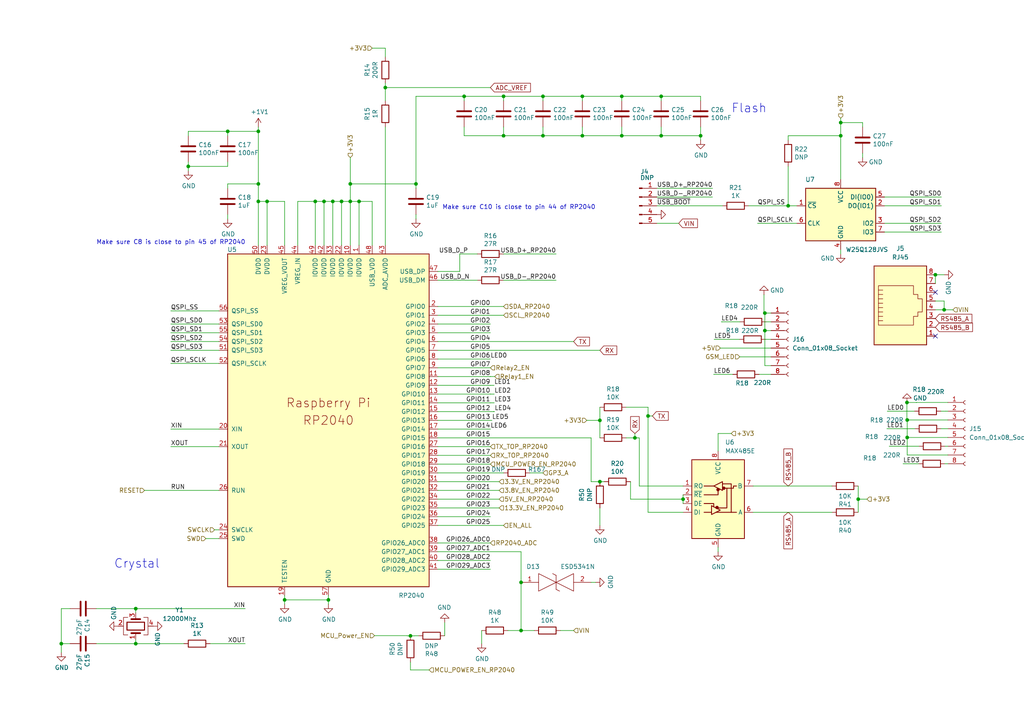
<source format=kicad_sch>
(kicad_sch (version 20230819) (generator eeschema)
  (paper "A4")
  (lib_symbols
    (symbol "Connector:Conn_01x05_Male" (pin_names (offset 1.016) hide)
      (property "Reference" "J" (at 0 7.62 0))
      (property "Value" "Conn_01x05_Male" (at 0 -7.62 0))
      (symbol "Conn_01x05_Male_1_1"
        (pin passive line (at 5.08 5.08 180) (length 3.81) (name "Pin_1") (number "1"))
        (pin passive line (at 5.08 2.54 180) (length 3.81) (name "Pin_2") (number "2"))
        (pin passive line (at 5.08 0 180) (length 3.81) (name "Pin_3") (number "3"))
        (pin passive line (at 5.08 -2.54 180) (length 3.81) (name "Pin_4") (number "4"))
        (pin passive line (at 5.08 -5.08 180) (length 3.81) (name "Pin_5") (number "5"))
      )
    )
    (symbol "Connector:Conn_01x08_Socket" (pin_names (offset 1.016) hide)
      (property "Reference" "J" (at 0 10.16 0))
      (property "Value" "Conn_01x08_Socket" (at 0 -12.7 0))
      (symbol "Conn_01x08_Socket_1_1"
        (pin passive line (at -5.08 7.62 0) (length 3.81) (name "Pin_1") (number "1"))
        (pin passive line (at -5.08 5.08 0) (length 3.81) (name "Pin_2") (number "2"))
        (pin passive line (at -5.08 2.54 0) (length 3.81) (name "Pin_3") (number "3"))
        (pin passive line (at -5.08 0 0) (length 3.81) (name "Pin_4") (number "4"))
        (pin passive line (at -5.08 -2.54 0) (length 3.81) (name "Pin_5") (number "5"))
        (pin passive line (at -5.08 -5.08 0) (length 3.81) (name "Pin_6") (number "6"))
        (pin passive line (at -5.08 -7.62 0) (length 3.81) (name "Pin_7") (number "7"))
        (pin passive line (at -5.08 -10.16 0) (length 3.81) (name "Pin_8") (number "8"))
      )
    )
    (symbol "Connector:RJ45" (pin_names (offset 1.016))
      (property "Reference" "J" (at -5.08 13.97 0))
      (property "Value" "RJ45" (at 2.54 13.97 0))
      (symbol "RJ45_1_1"
        (pin passive line (at 10.16 -7.62 180) (length 2.54) (name "~") (number "1"))
        (pin passive line (at 10.16 -5.08 180) (length 2.54) (name "~") (number "2"))
        (pin passive line (at 10.16 -2.54 180) (length 2.54) (name "~") (number "3"))
        (pin passive line (at 10.16 0 180) (length 2.54) (name "~") (number "4"))
        (pin passive line (at 10.16 2.54 180) (length 2.54) (name "~") (number "5"))
        (pin passive line (at 10.16 5.08 180) (length 2.54) (name "~") (number "6"))
        (pin passive line (at 10.16 7.62 180) (length 2.54) (name "~") (number "7"))
        (pin passive line (at 10.16 10.16 180) (length 2.54) (name "~") (number "8"))
      )
    )
    (symbol "Device:C" (pin_numbers hide) (pin_names (offset 0.254))
      (property "Reference" "C" (at 0.635 2.54 0))
      (property "Value" "C" (at 0.635 -2.54 0))
      (symbol "C_1_1"
        (pin passive line (at 0 3.81 270) (length 2.794) (name "~") (number "1"))
        (pin passive line (at 0 -3.81 90) (length 2.794) (name "~") (number "2"))
      )
    )
    (symbol "Device:Crystal_GND24" (pin_names (offset 1.016) hide)
      (property "Reference" "Y" (at 3.175 5.08 0))
      (property "Value" "Crystal_GND24" (at 3.175 3.175 0))
      (symbol "Crystal_GND24_1_1"
        (pin passive line (at -3.81 0 0) (length 1.27) (name "1") (number "1"))
        (pin passive line (at 0 5.08 270) (length 1.27) (name "2") (number "2"))
        (pin passive line (at 3.81 0 180) (length 1.27) (name "3") (number "3"))
        (pin passive line (at 0 -5.08 90) (length 1.27) (name "4") (number "4"))
      )
    )
    (symbol "Device:R" (pin_numbers hide) (pin_names (offset 0))
      (property "Reference" "R" (at 2.032 0 90))
      (property "Value" "R" (at 0 0 90))
      (symbol "R_1_1"
        (pin passive line (at 0 3.81 270) (length 1.27) (name "~") (number "1"))
        (pin passive line (at 0 -3.81 90) (length 1.27) (name "~") (number "2"))
      )
    )
    (symbol "Interface_UART:MAX485E"
      (property "Reference" "U" (at -6.096 11.43 0))
      (property "Value" "MAX485E" (at 0.762 11.43 0))
      (symbol "MAX485E_1_1"
        (pin output line (at -10.16 2.54 0) (length 2.54) (name "RO") (number "1"))
        (pin input line (at -10.16 0 0) (length 2.54) (name "~{RE}") (number "2"))
        (pin input line (at -10.16 -2.54 0) (length 2.54) (name "DE") (number "3"))
        (pin input line (at -10.16 -5.08 0) (length 2.54) (name "DI") (number "4"))
        (pin power_in line (at 0 -15.24 90) (length 2.54) (name "GND") (number "5"))
        (pin bidirectional line (at 10.16 -5.08 180) (length 2.54) (name "A") (number "6"))
        (pin bidirectional line (at 10.16 2.54 180) (length 2.54) (name "B") (number "7"))
        (pin power_in line (at 0 12.7 270) (length 2.54) (name "VCC") (number "8"))
      )
    )
    (symbol "MCU_RaspberryPi_RP2040:RP2040" (pin_names (offset 1.016))
      (property "Reference" "U" (at -29.21 49.53 0))
      (property "Value" "RP2040" (at 24.13 -49.53 0))
      (symbol "RP2040_0_0"
        (text "Raspberry Pi" (at 0 5.08 0) (effects (font (size 2.54 2.54))))
        (text "RP2040" (at 0 0 0) (effects (font (size 2.54 2.54))))
      )
      (symbol "RP2040_1_1"
        (pin power_in line (at 8.89 50.8 270) (length 2.54) (name "IOVDD") (number "1"))
        (pin power_in line (at 6.35 50.8 270) (length 2.54) (name "IOVDD") (number "10"))
        (pin bidirectional line (at 31.75 12.7 180) (length 2.54) (name "GPIO8") (number "11"))
        (pin bidirectional line (at 31.75 10.16 180) (length 2.54) (name "GPIO9") (number "12"))
        (pin bidirectional line (at 31.75 7.62 180) (length 2.54) (name "GPIO10") (number "13"))
        (pin bidirectional line (at 31.75 5.08 180) (length 2.54) (name "GPIO11") (number "14"))
        (pin bidirectional line (at 31.75 2.54 180) (length 2.54) (name "GPIO12") (number "15"))
        (pin bidirectional line (at 31.75 0 180) (length 2.54) (name "GPIO13") (number "16"))
        (pin bidirectional line (at 31.75 -2.54 180) (length 2.54) (name "GPIO14") (number "17"))
        (pin bidirectional line (at 31.75 -5.08 180) (length 2.54) (name "GPIO15") (number "18"))
        (pin passive line (at -12.7 -50.8 90) (length 2.54) (name "TESTEN") (number "19"))
        (pin bidirectional line (at 31.75 33.02 180) (length 2.54) (name "GPIO0") (number "2"))
        (pin input line (at -31.75 -2.54 0) (length 2.54) (name "XIN") (number "20"))
        (pin passive line (at -31.75 -7.62 0) (length 2.54) (name "XOUT") (number "21"))
        (pin power_in line (at 3.81 50.8 270) (length 2.54) (name "IOVDD") (number "22"))
        (pin power_in line (at -17.78 50.8 270) (length 2.54) (name "DVDD") (number "23"))
        (pin output line (at -31.75 -31.75 0) (length 2.54) (name "SWCLK") (number "24"))
        (pin bidirectional line (at -31.75 -34.29 0) (length 2.54) (name "SWD") (number "25"))
        (pin input line (at -31.75 -20.32 0) (length 2.54) (name "RUN") (number "26"))
        (pin bidirectional line (at 31.75 -7.62 180) (length 2.54) (name "GPIO16") (number "27"))
        (pin bidirectional line (at 31.75 -10.16 180) (length 2.54) (name "GPIO17") (number "28"))
        (pin bidirectional line (at 31.75 -12.7 180) (length 2.54) (name "GPIO18") (number "29"))
        (pin bidirectional line (at 31.75 30.48 180) (length 2.54) (name "GPIO1") (number "3"))
        (pin bidirectional line (at 31.75 -15.24 180) (length 2.54) (name "GPIO19") (number "30"))
        (pin bidirectional line (at 31.75 -17.78 180) (length 2.54) (name "GPIO20") (number "31"))
        (pin bidirectional line (at 31.75 -20.32 180) (length 2.54) (name "GPIO21") (number "32"))
        (pin power_in line (at 1.27 50.8 270) (length 2.54) (name "IOVDD") (number "33"))
        (pin bidirectional line (at 31.75 -22.86 180) (length 2.54) (name "GPIO22") (number "34"))
        (pin bidirectional line (at 31.75 -25.4 180) (length 2.54) (name "GPIO23") (number "35"))
        (pin bidirectional line (at 31.75 -27.94 180) (length 2.54) (name "GPIO24") (number "36"))
        (pin bidirectional line (at 31.75 -30.48 180) (length 2.54) (name "GPIO25") (number "37"))
        (pin bidirectional line (at 31.75 -35.56 180) (length 2.54) (name "GPIO26_ADC0") (number "38"))
        (pin bidirectional line (at 31.75 -38.1 180) (length 2.54) (name "GPIO27_ADC1") (number "39"))
        (pin bidirectional line (at 31.75 27.94 180) (length 2.54) (name "GPIO2") (number "4"))
        (pin bidirectional line (at 31.75 -40.64 180) (length 2.54) (name "GPIO28_ADC2") (number "40"))
        (pin bidirectional line (at 31.75 -43.18 180) (length 2.54) (name "GPIO29_ADC3") (number "41"))
        (pin power_in line (at -1.27 50.8 270) (length 2.54) (name "IOVDD") (number "42"))
        (pin power_in line (at 16.51 50.8 270) (length 2.54) (name "ADC_AVDD") (number "43"))
        (pin power_in line (at -8.89 50.8 270) (length 2.54) (name "VREG_IN") (number "44"))
        (pin power_out line (at -12.7 50.8 270) (length 2.54) (name "VREG_VOUT") (number "45"))
        (pin bidirectional line (at 31.75 40.64 180) (length 2.54) (name "USB_DM") (number "46"))
        (pin bidirectional line (at 31.75 43.18 180) (length 2.54) (name "USB_DP") (number "47"))
        (pin power_in line (at 12.7 50.8 270) (length 2.54) (name "USB_VDD") (number "48"))
        (pin power_in line (at -3.81 50.8 270) (length 2.54) (name "IOVDD") (number "49"))
        (pin bidirectional line (at 31.75 25.4 180) (length 2.54) (name "GPIO3") (number "5"))
        (pin power_in line (at -20.32 50.8 270) (length 2.54) (name "DVDD") (number "50"))
        (pin bidirectional line (at -31.75 20.32 0) (length 2.54) (name "QSPI_SD3") (number "51"))
        (pin output line (at -31.75 16.51 0) (length 2.54) (name "QSPI_SCLK") (number "52"))
        (pin bidirectional line (at -31.75 27.94 0) (length 2.54) (name "QSPI_SD0") (number "53"))
        (pin bidirectional line (at -31.75 22.86 0) (length 2.54) (name "QSPI_SD2") (number "54"))
        (pin bidirectional line (at -31.75 25.4 0) (length 2.54) (name "QSPI_SD1") (number "55"))
        (pin bidirectional line (at -31.75 31.75 0) (length 2.54) (name "QSPI_SS") (number "56"))
        (pin power_in line (at 0 -50.8 90) (length 2.54) (name "GND") (number "57"))
        (pin bidirectional line (at 31.75 22.86 180) (length 2.54) (name "GPIO4") (number "6"))
        (pin bidirectional line (at 31.75 20.32 180) (length 2.54) (name "GPIO5") (number "7"))
        (pin bidirectional line (at 31.75 17.78 180) (length 2.54) (name "GPIO6") (number "8"))
        (pin bidirectional line (at 31.75 15.24 180) (length 2.54) (name "GPIO7") (number "9"))
      )
    )
    (symbol "Memory_Flash:W25Q128JVS"
      (property "Reference" "U" (at -8.89 8.89 0))
      (property "Value" "W25Q128JVS" (at 7.62 8.89 0))
      (symbol "W25Q128JVS_1_1"
        (pin input line (at -12.7 2.54 0) (length 2.54) (name "~{CS}") (number "1"))
        (pin bidirectional line (at 12.7 2.54 180) (length 2.54) (name "DO(IO1)") (number "2"))
        (pin bidirectional line (at 12.7 -2.54 180) (length 2.54) (name "IO2") (number "3"))
        (pin power_in line (at 0 -10.16 90) (length 2.54) (name "GND") (number "4"))
        (pin bidirectional line (at 12.7 5.08 180) (length 2.54) (name "DI(IO0)") (number "5"))
        (pin input line (at -12.7 -2.54 0) (length 2.54) (name "CLK") (number "6"))
        (pin bidirectional line (at 12.7 -5.08 180) (length 2.54) (name "IO3") (number "7"))
        (pin power_in line (at 0 10.16 270) (length 2.54) (name "VCC") (number "8"))
      )
    )
    (symbol "SP0402B-ULC-01ETG:SP0402B-ULC-01ETG" (pin_names (offset 0.762))
      (property "Reference" "D" (at 12.7 8.89 0))
      (property "Value" "SP0402B-ULC-01ETG" (at 12.7 6.35 0))
      (symbol "SP0402B-ULC-01ETG_0_0"
        (pin passive line (at 0 0 0) (length 5.08) (name "~") (number "1"))
        (pin passive line (at 20.32 0 180) (length 5.08) (name "~") (number "2"))
      )
    )
    (symbol "power:+1V1" (power) (pin_names (offset 0))
      (property "Value" "+1V1" (at 0 3.556 0))
      (symbol "+1V1_1_1"
        (pin power_in line (at 0 0 90) (length 0) hide (name "+1V1") (number "1"))
      )
    )
    (symbol "power:GND" (power) (pin_names (offset 0))
      (property "Value" "GND" (at 0 -3.81 0))
      (symbol "GND_1_1"
        (pin power_in line (at 0 0 270) (length 0) hide (name "GND") (number "1"))
      )
    )
  )
  (junction (at 111.76 25.4))
  (junction (at 54.61 48.26))
  (junction (at 221.8396 90.8043))
  (junction (at 271.3007 79.6916))
  (junction (at 39.37 186.69))
  (junction (at 151.13 182.88))
  (junction (at 180.34 27.94))
  (junction (at 101.6 58.42))
  (junction (at 263.1254 126.8876))
  (junction (at 273.8407 89.8516))
  (junction (at 95.25 173.99))
  (junction (at 74.93 58.42))
  (junction (at 180.34 39.37))
  (junction (at 221.8396 95.8843))
  (junction (at 263.1254 121.8163))
  (junction (at 17.78 186.69))
  (junction (at 173.99 139.7))
  (junction (at 263.0568 116.7363))
  (junction (at 104.14 58.42))
  (junction (at 187.96 120.65))
  (junction (at 248.92 144.78))
  (junction (at 39.37 176.53))
  (junction (at 93.98 58.42))
  (junction (at 151.13 168.91))
  (junction (at 96.52 58.42))
  (junction (at 82.55 173.99))
  (junction (at 74.93 38.1))
  (junction (at 91.44 58.42))
  (junction (at 168.91 39.37))
  (junction (at 101.6 53.34))
  (junction (at 198.12 144.78))
  (junction (at 134.62 27.94))
  (junction (at 157.48 27.94))
  (junction (at 228.6 59.69))
  (junction (at 66.04 38.1))
  (junction (at 74.93 53.34))
  (junction (at 99.06 58.42))
  (junction (at 191.77 39.37))
  (junction (at 173.99 121.92))
  (junction (at 120.65 53.34))
  (junction (at 191.77 27.94))
  (junction (at 168.91 27.94))
  (junction (at 77.47 58.42))
  (junction (at 119.0481 184.4174))
  (junction (at 146.05 27.94))
  (junction (at 157.48 39.37))
  (junction (at 184.15 127))
  (junction (at 243.84 39.37))
  (junction (at 243.84 35.56))
  (junction (at 203.2 39.37))
  (junction (at 146.05 39.37))
  (no_connect (at 271.3007 97.4716))
  (no_connect (at 271.3007 84.7716))
  (wire (pts (xy 111.76 36.83) (xy 111.76 71.12)))
  (wire (pts (xy 49.53 124.46) (xy 63.5 124.46)))
  (wire (pts (xy 59.69 156.21) (xy 63.5 156.21)))
  (wire (pts (xy 191.77 39.37) (xy 203.2 39.37)))
  (wire (pts (xy 66.04 53.34) (xy 74.93 53.34)))
  (wire (pts (xy 127 160.02) (xy 151.13 160.02)))
  (wire (pts (xy 191.77 27.94) (xy 203.2 27.94)))
  (wire (pts (xy 143.1694 119.3787) (xy 143.1694 119.38)))
  (wire (pts (xy 101.6 58.42) (xy 104.14 58.42)))
  (wire (pts (xy 180.34 27.94) (xy 191.77 27.94)))
  (wire (pts (xy 142.24 114.3018) (xy 142.24 114.3)))
  (wire (pts (xy 143.4165 119.3774) (xy 143.4234 119.3787)))
  (wire (pts (xy 221.8396 90.8043) (xy 221.8396 95.8843)))
  (wire (pts (xy 142.24 109.2128) (xy 142.24 109.22)))
  (wire (pts (xy 82.55 173.99) (xy 95.25 173.99)))
  (wire (pts (xy 142.24 116.8403) (xy 142.24 116.84)))
  (wire (pts (xy 143.3631 116.8403) (xy 142.24 116.8403)))
  (wire (pts (xy 180.34 39.37) (xy 168.91 39.37)))
  (wire (pts (xy 127 149.86) (xy 142.24 149.86)))
  (wire (pts (xy 39.37 186.69) (xy 53.34 186.69)))
  (wire (pts (xy 142.6874 121.92) (xy 127 121.92)))
  (wire (pts (xy 191.77 29.21) (xy 191.77 27.94)))
  (wire (pts (xy 86.36 58.42) (xy 91.44 58.42)))
  (wire (pts (xy 108.6275 184.3647) (xy 118.11 184.3647)))
  (wire (pts (xy 146.05 27.94) (xy 157.48 27.94)))
  (wire (pts (xy 207.0067 108.5843) (xy 212.5516 108.5843)))
  (wire (pts (xy 54.61 46.99) (xy 54.61 48.26)))
  (wire (pts (xy 228.6 48.26) (xy 228.6 59.69)))
  (wire (pts (xy 127 142.24) (xy 144.78 142.24)))
  (wire (pts (xy 127 104.14) (xy 142.24 104.14)))
  (wire (pts (xy 95.25 173.99) (xy 95.25 175.26)))
  (wire (pts (xy 111.76 13.97) (xy 107.95 13.97)))
  (wire (pts (xy 271.3007 79.6916) (xy 271.3007 82.2316)))
  (wire (pts (xy 184.15 125.73) (xy 184.15 127)))
  (wire (pts (xy 272.8769 119.2612) (xy 274.3404 119.2612)))
  (wire (pts (xy 185.42 140.97) (xy 185.42 127)))
  (wire (pts (xy 127 106.68) (xy 142.24 106.68)))
  (wire (pts (xy 27.94 176.53) (xy 39.37 176.53)))
  (wire (pts (xy 120.65 27.94) (xy 120.65 53.34)))
  (wire (pts (xy 143.3159 111.7647) (xy 142.24 111.7647)))
  (wire (pts (xy 101.6 53.34) (xy 101.6 58.42)))
  (wire (pts (xy 153.67 137.16) (xy 157.48 137.16)))
  (wire (pts (xy 208.9282 100.9521) (xy 208.9282 100.9643)))
  (wire (pts (xy 274.9191 116.7276) (xy 265.8174 116.7276)))
  (wire (pts (xy 60.96 186.69) (xy 71.12 186.69)))
  (wire (pts (xy 274.137 129.4276) (xy 274.9191 129.4276)))
  (wire (pts (xy 127 96.52) (xy 142.24 96.52)))
  (wire (pts (xy 207.1393 98.4253) (xy 207.1393 98.4243)))
  (wire (pts (xy 93.98 58.42) (xy 96.52 58.42)))
  (wire (pts (xy 223.6347 95.8843) (xy 221.8396 95.8843)))
  (wire (pts (xy 212.09 125.73) (xy 208.28 125.73)))
  (wire (pts (xy 157.48 27.94) (xy 168.91 27.94)))
  (wire (pts (xy 248.92 144.78) (xy 248.92 148.59)))
  (wire (pts (xy 66.04 54.61) (xy 66.04 53.34)))
  (wire (pts (xy 74.93 53.34) (xy 74.93 58.42)))
  (wire (pts (xy 20.32 176.53) (xy 17.78 176.53)))
  (wire (pts (xy 273.8407 89.8516) (xy 271.3007 89.8516)))
  (wire (pts (xy 203.2 36.83) (xy 203.2 39.37)))
  (wire (pts (xy 99.06 71.12) (xy 99.06 58.42)))
  (wire (pts (xy 142.24 124.4539) (xy 142.24 124.46)))
  (wire (pts (xy 127 144.78) (xy 144.78 144.78)))
  (wire (pts (xy 263.0381 116.7363) (xy 263.0381 121.8163)))
  (wire (pts (xy 127 127) (xy 171.45 127)))
  (wire (pts (xy 180.34 29.21) (xy 180.34 27.94)))
  (wire (pts (xy 171.45 139.7) (xy 173.99 139.7)))
  (wire (pts (xy 146.05 39.37) (xy 134.62 39.37)))
  (wire (pts (xy 221.8396 95.8843) (xy 221.8396 106.0443)))
  (wire (pts (xy 118.11 184.3647) (xy 118.11 184.4174)))
  (wire (pts (xy 111.76 16.51) (xy 111.76 13.97)))
  (wire (pts (xy 221.8396 106.0443) (xy 223.6347 106.0443)))
  (wire (pts (xy 143.1694 119.38) (xy 127 119.38)))
  (wire (pts (xy 63.5 90.17) (xy 49.53 90.17)))
  (wire (pts (xy 274.9191 131.9676) (xy 263.1254 131.9676)))
  (wire (pts (xy 111.76 25.4) (xy 142.24 25.4)))
  (wire (pts (xy 207.0067 108.5876) (xy 207.0067 108.5843)))
  (wire (pts (xy 111.76 25.4) (xy 111.76 24.13)))
  (wire (pts (xy 198.12 144.78) (xy 198.12 146.05)))
  (wire (pts (xy 273.8407 89.8516) (xy 276.3807 89.8516)))
  (wire (pts (xy 222.2145 93.3443) (xy 223.6347 93.3443)))
  (wire (pts (xy 208.28 158.75) (xy 208.28 160.02)))
  (wire (pts (xy 209.4507 93.3443) (xy 214.5945 93.3443)))
  (wire (pts (xy 66.04 39.37) (xy 66.04 38.1)))
  (wire (pts (xy 77.47 58.42) (xy 74.93 58.42)))
  (wire (pts (xy 146.05 36.83) (xy 146.05 39.37)))
  (wire (pts (xy 49.53 96.52) (xy 63.5 96.52)))
  (wire (pts (xy 256.54 67.31) (xy 273.05 67.31)))
  (wire (pts (xy 203.2 39.37) (xy 203.2 40.64)))
  (wire (pts (xy 134.62 27.94) (xy 146.05 27.94)))
  (wire (pts (xy 127 81.28) (xy 138.43 81.28)))
  (wire (pts (xy 74.93 58.42) (xy 74.93 71.12)))
  (wire (pts (xy 274.3404 119.2676) (xy 274.9191 119.2676)))
  (wire (pts (xy 127 114.3) (xy 142.24 114.3)))
  (wire (pts (xy 127 162.56) (xy 142.24 162.56)))
  (wire (pts (xy 127 147.32) (xy 144.78 147.32)))
  (wire (pts (xy 180.34 36.83) (xy 180.34 39.37)))
  (wire (pts (xy 107.95 71.12) (xy 107.95 58.42)))
  (wire (pts (xy 134.62 27.94) (xy 120.65 27.94)))
  (wire (pts (xy 168.91 29.21) (xy 168.91 27.94)))
  (wire (pts (xy 146.05 73.66) (xy 161.29 73.66)))
  (wire (pts (xy 203.2 29.21) (xy 203.2 27.94)))
  (wire (pts (xy 221.586 85.4822) (xy 221.586 90.8043)))
  (wire (pts (xy 120.65 62.23) (xy 120.65 63.5)))
  (wire (pts (xy 101.6 53.34) (xy 101.6 45.72)))
  (wire (pts (xy 49.53 101.6) (xy 63.5 101.6)))
  (wire (pts (xy 218.44 140.97) (xy 241.3 140.97)))
  (wire (pts (xy 120.2138 184.4174) (xy 120.2138 184.3979)))
  (wire (pts (xy 184.15 127) (xy 181.61 127)))
  (wire (pts (xy 77.47 71.12) (xy 77.47 58.42)))
  (wire (pts (xy 209.55 59.69) (xy 190.5 59.69)))
  (wire (pts (xy 20.32 186.69) (xy 17.78 186.69)))
  (wire (pts (xy 120.2138 184.3979) (xy 121.3665 184.3979)))
  (wire (pts (xy 127 99.06) (xy 166.37 99.06)))
  (wire (pts (xy 49.53 99.06) (xy 63.5 99.06)))
  (wire (pts (xy 127 91.44) (xy 146.05 91.44)))
  (wire (pts (xy 166.37 182.88) (xy 162.56 182.88)))
  (wire (pts (xy 127 88.9) (xy 146.05 88.9)))
  (wire (pts (xy 82.55 71.12) (xy 82.55 58.42)))
  (wire (pts (xy 208.9282 100.9643) (xy 223.6347 100.9643)))
  (wire (pts (xy 101.6 53.34) (xy 120.65 53.34)))
  (wire (pts (xy 191.77 36.83) (xy 191.77 39.37)))
  (wire (pts (xy 223.6347 90.8043) (xy 221.8396 90.8043)))
  (wire (pts (xy 228.6 39.37) (xy 243.84 39.37)))
  (wire (pts (xy 187.96 120.65) (xy 189.23 120.65)))
  (wire (pts (xy 173.99 121.92) (xy 173.99 127)))
  (wire (pts (xy 265.8174 116.7363) (xy 263.0568 116.7363)))
  (wire (pts (xy 147.32 182.88) (xy 151.13 182.88)))
  (wire (pts (xy 214.5582 103.477) (xy 214.5582 103.5043)))
  (wire (pts (xy 104.14 58.42) (xy 104.14 71.12)))
  (wire (pts (xy 217.17 59.69) (xy 228.6 59.69)))
  (wire (pts (xy 263.1254 121.8163) (xy 263.1254 126.8876)))
  (wire (pts (xy 63.5 129.54) (xy 49.53 129.54)))
  (wire (pts (xy 257.3361 119.2612) (xy 265.2569 119.2612)))
  (wire (pts (xy 104.14 58.42) (xy 107.95 58.42)))
  (wire (pts (xy 190.5 54.61) (xy 206.6838 54.61)))
  (wire (pts (xy 111.76 25.4) (xy 111.76 29.21)))
  (wire (pts (xy 263.0568 116.7363) (xy 263.0381 116.7363)))
  (wire (pts (xy 86.36 71.12) (xy 86.36 58.42)))
  (wire (pts (xy 74.93 36.83) (xy 74.93 38.1)))
  (wire (pts (xy 142.24 111.7647) (xy 142.24 111.76)))
  (wire (pts (xy 198.12 140.97) (xy 185.42 140.97)))
  (wire (pts (xy 243.84 39.37) (xy 243.84 52.07)))
  (wire (pts (xy 172.72 168.91) (xy 171.45 168.91)))
  (wire (pts (xy 127 116.84) (xy 142.24 116.84)))
  (wire (pts (xy 54.61 48.26) (xy 54.61 49.53)))
  (wire (pts (xy 187.96 120.65) (xy 187.96 118.11)))
  (wire (pts (xy 74.93 38.1) (xy 74.93 53.34)))
  (wire (pts (xy 187.96 118.11) (xy 181.61 118.11)))
  (wire (pts (xy 272.9551 124.3476) (xy 274.9191 124.3476)))
  (wire (pts (xy 198.12 148.59) (xy 187.96 148.59)))
  (wire (pts (xy 151.13 168.91) (xy 151.13 182.88)))
  (wire (pts (xy 170.18 121.92) (xy 173.99 121.92)))
  (wire (pts (xy 273.8407 87.3116) (xy 271.3007 87.3116)))
  (wire (pts (xy 173.99 139.7) (xy 175.26 139.7)))
  (wire (pts (xy 127 139.7) (xy 144.78 139.7)))
  (wire (pts (xy 133.35 73.66) (xy 138.43 73.66)))
  (wire (pts (xy 82.55 172.72) (xy 82.55 173.99)))
  (wire (pts (xy 221.586 90.8043) (xy 221.8396 90.8043)))
  (wire (pts (xy 82.55 173.99) (xy 82.55 175.26)))
  (wire (pts (xy 17.78 186.69) (xy 17.78 189.23)))
  (wire (pts (xy 182.88 144.78) (xy 182.88 139.7)))
  (wire (pts (xy 127 132.08) (xy 142.24 132.08)))
  (wire (pts (xy 127 157.48) (xy 142.24 157.48)))
  (wire (pts (xy 187.96 148.59) (xy 187.96 120.65)))
  (wire (pts (xy 134.62 36.83) (xy 134.62 39.37)))
  (wire (pts (xy 143.3693 114.3018) (xy 142.24 114.3018)))
  (wire (pts (xy 146.05 29.21) (xy 146.05 27.94)))
  (wire (pts (xy 139.7 186.69) (xy 139.7 182.88)))
  (wire (pts (xy 63.5 105.41) (xy 49.53 105.41)))
  (wire (pts (xy 27.94 186.69) (xy 39.37 186.69)))
  (wire (pts (xy 95.25 172.72) (xy 95.25 173.99)))
  (wire (pts (xy 17.78 176.53) (xy 17.78 186.69)))
  (wire (pts (xy 191.77 39.37) (xy 180.34 39.37)))
  (wire (pts (xy 99.06 58.42) (xy 101.6 58.42)))
  (wire (pts (xy 185.42 127) (xy 184.15 127)))
  (wire (pts (xy 66.04 38.1) (xy 74.93 38.1)))
  (wire (pts (xy 198.12 144.78) (xy 182.88 144.78)))
  (wire (pts (xy 228.6 40.64) (xy 228.6 39.37)))
  (wire (pts (xy 256.54 59.69) (xy 273.05 59.69)))
  (wire (pts (xy 127 152.4) (xy 146.05 152.4)))
  (wire (pts (xy 96.52 71.12) (xy 96.52 58.42)))
  (wire (pts (xy 250.19 44.45) (xy 250.19 45.72)))
  (wire (pts (xy 133.35 73.66) (xy 133.35 78.74)))
  (wire (pts (xy 256.54 57.15) (xy 273.05 57.15)))
  (wire (pts (xy 248.92 140.97) (xy 248.92 144.78)))
  (wire (pts (xy 261.92 134.5076) (xy 266.4376 134.5076)))
  (wire (pts (xy 41.91 142.24) (xy 63.5 142.24)))
  (wire (pts (xy 173.99 152.4) (xy 173.99 147.32)))
  (wire (pts (xy 263.1254 126.8876) (xy 263.1254 131.9676)))
  (wire (pts (xy 128.9865 180.5879) (xy 128.9865 184.3979)))
  (wire (pts (xy 273.8407 89.8516) (xy 273.8407 87.3116)))
  (wire (pts (xy 127 93.98) (xy 142.24 93.98)))
  (wire (pts (xy 134.62 29.21) (xy 134.62 27.94)))
  (wire (pts (xy 49.53 93.98) (xy 63.5 93.98)))
  (wire (pts (xy 274.0576 134.5076) (xy 274.9191 134.5076)))
  (wire (pts (xy 273.8407 79.6916) (xy 271.3007 79.6916)))
  (wire (pts (xy 257.238 124.3476) (xy 265.3351 124.3476)))
  (wire (pts (xy 127 109.22) (xy 142.24 109.22)))
  (wire (pts (xy 157.48 39.37) (xy 146.05 39.37)))
  (wire (pts (xy 118.11 184.4174) (xy 119.0481 184.4174)))
  (wire (pts (xy 257.9018 129.4276) (xy 266.517 129.4276)))
  (wire (pts (xy 54.61 38.1) (xy 66.04 38.1)))
  (wire (pts (xy 157.48 36.83) (xy 157.48 39.37)))
  (wire (pts (xy 127 129.54) (xy 142.24 129.54)))
  (wire (pts (xy 119.0481 184.4174) (xy 120.2138 184.4174)))
  (wire (pts (xy 54.61 48.26) (xy 66.04 48.26)))
  (wire (pts (xy 127 111.76) (xy 142.24 111.76)))
  (wire (pts (xy 91.44 71.12) (xy 91.44 58.42)))
  (wire (pts (xy 93.98 71.12) (xy 93.98 58.42)))
  (wire (pts (xy 62.23 153.67) (xy 63.5 153.67)))
  (wire (pts (xy 243.84 35.56) (xy 243.84 39.37)))
  (wire (pts (xy 127 134.62) (xy 142.24 134.62)))
  (wire (pts (xy 82.55 58.42) (xy 77.47 58.42)))
  (wire (pts (xy 173.99 118.11) (xy 173.99 121.92)))
  (wire (pts (xy 127 78.74) (xy 133.35 78.74)))
  (wire (pts (xy 171.45 139.7) (xy 171.45 127)))
  (wire (pts (xy 143.4918 109.2128) (xy 142.24 109.2128)))
  (wire (pts (xy 274.9191 126.8876) (xy 263.1254 126.8876)))
  (wire (pts (xy 168.91 39.37) (xy 157.48 39.37)))
  (wire (pts (xy 66.04 48.26) (xy 66.04 46.99)))
  (wire (pts (xy 222.0746 98.4243) (xy 223.6347 98.4243)))
  (wire (pts (xy 243.84 34.29) (xy 243.84 35.56)))
  (wire (pts (xy 219.71 64.77) (xy 231.14 64.77)))
  (wire (pts (xy 127 124.46) (xy 142.24 124.46)))
  (wire (pts (xy 228.6 59.69) (xy 231.14 59.69)))
  (wire (pts (xy 243.84 72.39) (xy 243.84 73.66)))
  (wire (pts (xy 250.19 36.83) (xy 250.19 35.56)))
  (wire (pts (xy 274.3404 119.2612) (xy 274.3404 119.2676)))
  (wire (pts (xy 196.85 64.77) (xy 190.5 64.77)))
  (wire (pts (xy 151.13 182.88) (xy 154.94 182.88)))
  (wire (pts (xy 207.1393 98.4243) (xy 214.4546 98.4243)))
  (wire (pts (xy 66.04 62.23) (xy 66.04 63.5)))
  (wire (pts (xy 263.0381 121.8163) (xy 263.1254 121.8163)))
  (wire (pts (xy 263.1254 121.8076) (xy 263.1254 121.8163)))
  (wire (pts (xy 220.1716 108.5843) (xy 223.6347 108.5843)))
  (wire (pts (xy 265.8174 116.7276) (xy 265.8174 116.7363)))
  (wire (pts (xy 218.44 148.59) (xy 241.3 148.59)))
  (wire (pts (xy 39.37 177.8) (xy 39.37 176.53)))
  (wire (pts (xy 101.6 71.12) (xy 101.6 58.42)))
  (wire (pts (xy 39.37 176.53) (xy 71.12 176.53)))
  (wire (pts (xy 263.1254 121.8076) (xy 274.9191 121.8076)))
  (wire (pts (xy 39.37 185.42) (xy 39.37 186.69)))
  (wire (pts (xy 143.1694 119.3787) (xy 143.4165 119.3774)))
  (wire (pts (xy 214.5582 103.5043) (xy 223.6347 103.5043)))
  (wire (pts (xy 256.54 64.77) (xy 273.05 64.77)))
  (wire (pts (xy 198.12 143.51) (xy 198.12 144.78)))
  (wire (pts (xy 146.05 81.28) (xy 161.29 81.28)))
  (wire (pts (xy 120.65 54.61) (xy 120.65 53.34)))
  (wire (pts (xy 251.46 144.78) (xy 248.92 144.78)))
  (wire (pts (xy 127 165.1) (xy 142.24 165.1)))
  (wire (pts (xy 168.91 27.94) (xy 180.34 27.94)))
  (wire (pts (xy 209.4507 93.3472) (xy 209.4507 93.3443)))
  (wire (pts (xy 91.44 58.42) (xy 93.98 58.42)))
  (wire (pts (xy 127 101.6) (xy 173.99 101.6)))
  (wire (pts (xy 96.52 58.42) (xy 99.06 58.42)))
  (wire (pts (xy 250.19 35.56) (xy 243.84 35.56)))
  (wire (pts (xy 157.48 29.21) (xy 157.48 27.94)))
  (wire (pts (xy 190.5 57.15) (xy 206.6613 57.15)))
  (wire (pts (xy 168.91 36.83) (xy 168.91 39.37)))
  (wire (pts (xy 54.61 39.37) (xy 54.61 38.1)))
  (wire (pts (xy 119.0481 194.31) (xy 119.0481 192.0374)))
  (wire (pts (xy 208.28 125.73) (xy 208.28 130.81)))
  (wire (pts (xy 209.1967 93.3472) (xy 209.4507 93.3472)))
  (wire (pts (xy 151.13 160.02) (xy 151.13 168.91)))
  (wire (pts (xy 127 137.16) (xy 146.05 137.16)))
  (wire (pts (xy 124.46 194.31) (xy 119.0481 194.31)))
  (text "Make sure C8 is close to pin 45 of RP2040" (at 27.94 71.12 0) (effects (font (size 1.27 1.27)) (justify left bottom)))
  (text "Make sure C10 is close to pin 44 of RP2040" (at 128.27 60.96 0) (effects (font (size 1.27 1.27)) (justify left bottom)))
  (text "Flash" (at 212.09 33.02 0) (effects (font (size 2.54 2.54)) (justify left bottom)))
  (text "Crystal" (at 33.02 165.1 0) (effects (font (size 2.54 2.54)) (justify left bottom)))
  (label "LED3" (at 261.92 134.5076 0))
  (label "USB_D_P" (at 135.7763 73.66 180))
  (label "GPIO22" (at 142.24 144.78 180))
  (label "GPIO17" (at 142.24 132.08 180))
  (label "GPIO9" (at 142.24 111.7647 180))
  (label "XIN" (at 71.12 176.53 180))
  (label "LED3" (at 143.3631 116.8403 0))
  (label "USB_D+_RP2040" (at 161.29 73.66 180))
  (label "GPIO5" (at 142.24 101.6 180))
  (label "GPIO15" (at 142.24 127 180))
  (label "LED4" (at 143.4234 119.3787 0))
  (label "QSPI_SD0" (at 49.53 93.98 0))
  (label "GPIO18" (at 142.24 134.62 180))
  (label "LED2" (at 143.3693 114.3018 0))
  (label "GPIO26_ADC0" (at 142.24 157.48 180))
  (label "GPIO24" (at 142.24 149.86 180))
  (label "QSPI_SD2" (at 49.53 99.06 0))
  (label "GPIO27_ADC1" (at 142.24 160.02 180))
  (label "QSPI_SCLK" (at 219.71 64.77 0))
  (label "LED6" (at 142.24 124.46 0))
  (label "GPIO7" (at 142.24 106.68 180))
  (label "GPIO14" (at 142.24 124.4539 180))
  (label "GPIO3" (at 142.24 96.52 180))
  (label "LED0" (at 142.24 104.14 0))
  (label "GPIO0" (at 142.24 88.9 180))
  (label "LED1" (at 257.238 124.3476 0))
  (label "QSPI_SD3" (at 273.05 67.31 180))
  (label "GPIO11" (at 142.24 116.8403 180))
  (label "LED6" (at 207.0067 108.5876 0))
  (label "QSPI_SD0" (at 273.05 57.15 180))
  (label "USB_D-_RP2040" (at 206.6613 57.15 180))
  (label "GPIO4" (at 142.24 99.06 180))
  (label "LED5" (at 142.6874 121.92 0))
  (label "GPIO20" (at 142.24 139.7 180))
  (label "~{USB_BOOT}" (at 190.5 59.69 0))
  (label "GPIO13" (at 142.24 121.92 180))
  (label "LED0" (at 257.3361 119.2612 0))
  (label "GPIO12" (at 142.24 119.38 180))
  (label "GPIO6" (at 142.24 104.14 180))
  (label "LED5" (at 207.1393 98.4253 0))
  (label "GPIO29_ADC3" (at 142.24 165.1 180))
  (label "GPIO1" (at 142.24 91.44 180))
  (label "GPIO28_ADC2" (at 142.24 162.56 180))
  (label "QSPI_SCLK" (at 49.53 105.41 0))
  (label "QSPI_SS" (at 49.53 90.17 0))
  (label "GPIO23" (at 142.24 147.32 180))
  (label "QSPI_SD3" (at 49.53 101.6 0))
  (label "USB_D+_RP2040" (at 206.6838 54.61 180))
  (label "LED2" (at 257.9018 129.4276 0))
  (label "LED1" (at 143.3159 111.7647 0))
  (label "RUN" (at 49.53 142.24 0))
  (label "USB_D_N" (at 136.2125 81.28 180))
  (label "GPIO19" (at 142.24 137.16 180))
  (label "GPIO10" (at 142.24 114.3 180))
  (label "QSPI_SD1" (at 273.05 59.69 180))
  (label "QSPI_SD2" (at 273.05 64.77 180))
  (label "GPIO16" (at 142.24 129.54 180))
  (label "XOUT" (at 49.53 129.54 0))
  (label "QSPI_SD1" (at 49.53 96.52 0))
  (label "GPIO8" (at 142.24 109.2128 180))
  (label "XOUT" (at 71.12 186.69 180))
  (label "GPIO25" (at 142.24 152.4 180))
  (label "QSPI_SS" (at 219.71 59.69 0))
  (label "XIN" (at 49.53 124.46 0))
  (label "LED4" (at 209.1967 93.3472 0))
  (label "GPIO21" (at 142.24 142.24 180))
  (label "GPIO2" (at 142.24 93.98 180))
  (label "USB_D-_RP2040" (at 161.29 81.28 180))
  (global_label "RS485_B" (shape input) (at 271.3007 94.9316 0) (property "Intersheetrefs" "${INTERSHEET_REFS}" (effects hide)))
  (global_label "ADC_VREF" (shape input) (at 142.24 25.4 0) (property "Intersheetrefs" "${INTERSHEET_REFS}" (effects hide)))
  (global_label "RS485_A" (shape input) (at 228.6 148.59 270) (property "Intersheetrefs" "${INTERSHEET_REFS}" (effects hide)))
  (global_label "RX" (shape input) (at 173.99 101.6 0) (property "Intersheetrefs" "${INTERSHEET_REFS}" (effects hide)))
  (global_label "RS485_B" (shape input) (at 228.6 140.97 90) (property "Intersheetrefs" "${INTERSHEET_REFS}" (effects hide)))
  (global_label "TX" (shape input) (at 189.23 120.65 0) (property "Intersheetrefs" "${INTERSHEET_REFS}" (effects hide)))
  (global_label "RX" (shape input) (at 184.15 125.73 90) (property "Intersheetrefs" "${INTERSHEET_REFS}" (effects hide)))
  (global_label "VIN" (shape input) (at 196.85 64.77 0) (property "Intersheetrefs" "${INTERSHEET_REFS}" (effects hide)))
  (global_label "TX" (shape input) (at 166.37 99.06 0) (property "Intersheetrefs" "${INTERSHEET_REFS}" (effects hide)))
  (global_label "RS485_A" (shape input) (at 271.3007 92.3916 0) (property "Intersheetrefs" "${INTERSHEET_REFS}" (effects hide)))
  (hierarchical_label "GP3_A" (shape input) (at 157.48 137.16 0))
  (hierarchical_label "EN_ALL" (shape input) (at 146.05 152.4 0))
  (hierarchical_label "+3V3" (shape input) (at 101.6 45.72 90))
  (hierarchical_label "+3V3" (shape input) (at 212.09 125.73 0))
  (hierarchical_label "MCU_Power_EN" (shape input) (at 108.6275 184.3647 180))
  (hierarchical_label "SCL_RP2040" (shape input) (at 146.05 91.44 0))
  (hierarchical_label "+3V3" (shape input) (at 107.95 13.97 180))
  (hierarchical_label "RP2040_ADC" (shape input) (at 142.24 157.48 0))
  (hierarchical_label "SDA_RP2040" (shape input) (at 146.05 88.9 0))
  (hierarchical_label "VIN" (shape input) (at 276.3807 89.8516 0))
  (hierarchical_label "SWCLK" (shape input) (at 62.23 153.67 180))
  (hierarchical_label "Relay2_EN" (shape input) (at 142.24 106.68 0))
  (hierarchical_label "VIN" (shape input) (at 166.37 182.88 0))
  (hierarchical_label "RX_TOP_RP2040" (shape input) (at 142.24 132.08 0))
  (hierarchical_label "5V_EN_RP2040" (shape input) (at 144.78 144.78 0))
  (hierarchical_label "+3V3" (shape input) (at 170.18 121.92 180))
  (hierarchical_label "13.3V_EN_RP2040" (shape input) (at 144.78 147.32 0))
  (hierarchical_label "MCU_POWER_EN_RP2040" (shape input) (at 142.24 134.62 0))
  (hierarchical_label "3.3V_EN_RP2040" (shape input) (at 144.78 139.7 0))
  (hierarchical_label "3.8V_EN_RP2040" (shape input) (at 144.78 142.24 0))
  (hierarchical_label "+3V3" (shape input) (at 251.46 144.78 0))
  (hierarchical_label "TX_TOP_RP2040" (shape input) (at 142.24 129.54 0))
  (hierarchical_label "SWD" (shape input) (at 59.69 156.21 180))
  (hierarchical_label "GSM_LED" (shape input) (at 214.5582 103.477 180))
  (hierarchical_label "+5V" (shape input) (at 208.9282 100.9521 180))
  (hierarchical_label "+3V3" (shape input) (at 243.84 34.29 90))
  (hierarchical_label "RESET" (shape input) (at 41.91 142.24 180))
  (hierarchical_label "Relay1_EN" (shape input) (at 143.4918 109.2128 0))
  (hierarchical_label "MCU_POWER_EN_RP2040" (shape input) (at 124.46 194.31 0))
  (symbol (lib_id "Device:R") (at 57.15 186.69 270) (unit 1)
    (property "Reference" "R13" (at 57.15 181.4322 90))
    (property "Value" "1K" (at 57.15 183.7436 90))
    (property "Footprint" "Resistor_SMD:R_0603_1608Metric" (effects hide))
  )
  (symbol (lib_id "Device:C") (at 24.13 186.69 270) (unit 1)
    (property "Reference" "C15" (at 25.2984 189.611 0) (effects (justify left)))
    (property "Value" "27pF" (at 22.987 189.611 0) (effects (justify left)))
    (property "Footprint" "Capacitor_SMD:C_0603_1608Metric" (effects hide))
  )
  (symbol (lib_id "Device:C") (at 24.13 176.53 270) (unit 1)
    (property "Reference" "C14" (at 25.2984 179.451 0) (effects (justify left)))
    (property "Value" "27pF" (at 22.987 179.451 0) (effects (justify left)))
    (property "Footprint" "Capacitor_SMD:C_0603_1608Metric" (effects hide))
  )
  (symbol (lib_id "Device:C") (at 191.77 33.02 0) (unit 1)
    (property "Reference" "C25" (at 194.691 31.8516 0) (effects (justify left)))
    (property "Value" "100nF" (at 194.691 34.163 0) (effects (justify left)))
    (property "Footprint" "Capacitor_SMD:C_0402_1005Metric" (effects hide))
  )
  (symbol (lib_id "Device:R") (at 269.1451 124.3476 90) (unit 1)
    (property "Reference" "R18" (at 254.2422 121.851 90))
    (property "Value" "220R" (at 259.5396 121.8334 90))
    (property "Footprint" "Resistor_SMD:R_0603_1608Metric" (effects hide))
  )
  (symbol (lib_id "Device:R") (at 270.2476 134.5076 90) (unit 1)
    (property "Reference" "R18" (at 252.2744 132.8663 90))
    (property "Value" "220R" (at 258.6591 132.0151 90))
    (property "Footprint" "Resistor_SMD:R_0603_1608Metric" (effects hide))
  )
  (symbol (lib_id "power:GND") (at 17.78 189.23 0) (unit 1)
    (property "Reference" "#PWR0135" (effects hide))
    (property "Value" "GND" (at 17.907 193.6242 0))
  )
  (symbol (lib_id "Device:R") (at 142.24 73.66 270) (unit 1)
    (property "Reference" "R16" (at 142.24 68.4022 90))
    (property "Value" "27R" (at 142.24 70.7136 90))
    (property "Footprint" "Resistor_SMD:R_0603_1608Metric" (effects hide))
  )
  (symbol (lib_id "SP0402B-ULC-01ETG:SP0402B-ULC-01ETG") (at 151.13 168.91 0) (unit 1)
    (property "Reference" "D13" (at 152.654 164.338 0) (effects (justify left)))
    (property "Value" "ESD5341N" (at 162.56 164.338 0) (effects (justify left)))
    (property "Footprint" "ESD5341N:ESD5341N" (effects hide))
    (property "Datasheet" "https://www.mouser.com/datasheet/2/240/Littelfuse_TVS_Diode_Array_Ultra_Low_Capacitance_D-1021420.pdf" (effects hide))
    (property "Description" "ESD Suppressors / TVS Diodes 5V .13pF 20kV" (effects hide))
    (property "Manufacturer_Name" "LITTELFUSE" (effects hide))
    (property "Manufacturer_Part_Number" "SP0402B-ULC-01ETG" (effects hide))
    (property "Mouser Part Number" "576-SP0402BULC-01ETG" (effects hide))
    (property "Mouser Price/Stock" "https://www.mouser.co.uk/ProductDetail/Littelfuse/SP0402B-ULC-01ETG?qs=lM4gFlnEeENx4cnTNlk34g%3D%3D" (effects hide))
    (property "Arrow Part Number" "SP0402B-ULC-01ETG" (effects hide))
    (property "Arrow Price/Stock" "https://www.arrow.com/en/products/sp0402b-ulc-01etg/littelfuse?region=nac" (effects hide))
    (instances (project "RP2040_minimal" (path "" (reference "D13") (unit 1)) (path "" (reference "D30") (unit 1))))
  )
  (symbol (lib_id "Device:R") (at 216.3616 108.5843 90) (unit 1)
    (property "Reference" "R18" (at 215.2391 111.1275 90))
    (property "Value" "220R" (at 221.1324 110.998 90))
    (property "Footprint" "Resistor_SMD:R_0603_1608Metric" (effects hide))
  )
  (symbol (lib_id "Device:C") (at 120.65 58.42 0) (unit 1)
    (property "Reference" "C19" (at 123.571 57.2516 0) (effects (justify left)))
    (property "Value" "1uF" (at 123.571 59.563 0) (effects (justify left)))
    (property "Footprint" "Capacitor_SMD:C_0603_1608Metric" (effects hide))
  )
  (symbol (lib_id "power:GND") (at 95.25 175.26 0) (unit 1)
    (property "Reference" "#PWR0131" (effects hide))
    (property "Value" "GND" (at 95.377 179.6542 0))
  )
  (symbol (lib_id "power:GND") (at 221.586 85.4822 180) (unit 1)
    (property "Reference" "#PWR0114" (effects hide))
    (property "Value" "GND" (at 225.396 84.2122 0))
  )
  (symbol (lib_id "Device:R") (at 218.2646 98.4243 90) (unit 1)
    (property "Reference" "R18" (at 212.4312 95.8593 90))
    (property "Value" "220R" (at 217.5236 95.9021 90))
    (property "Footprint" "Resistor_SMD:R_0603_1608Metric" (effects hide))
  )
  (symbol (lib_id "Device:R") (at 142.24 81.28 270) (unit 1)
    (property "Reference" "R17" (at 142.24 76.0222 90))
    (property "Value" "27R" (at 142.24 78.3336 90))
    (property "Footprint" "Resistor_SMD:R_0603_1608Metric" (effects hide))
  )
  (symbol (lib_id "Device:R") (at 173.99 143.51 0) (unit 1)
    (property "Reference" "R50" (at 168.7322 143.51 90))
    (property "Value" "DNP" (at 171.0436 143.51 90))
    (property "Footprint" "Resistor_SMD:R_0603_1608Metric" (effects hide))
  )
  (symbol (lib_id "power:GND") (at 139.7 186.69 0) (unit 1)
    (property "Reference" "#PWR0174" (effects hide))
    (property "Value" "GND" (at 139.827 191.0842 0))
  )
  (symbol (lib_id "power:GND") (at 54.61 49.53 0) (unit 1)
    (property "Reference" "#PWR0128" (effects hide))
    (property "Value" "GND" (at 54.737 53.9242 0))
  )
  (symbol (lib_id "Device:C") (at 180.34 33.02 0) (unit 1)
    (property "Reference" "C24" (at 183.261 31.8516 0) (effects (justify left)))
    (property "Value" "100nF" (at 183.261 34.163 0) (effects (justify left)))
    (property "Footprint" "Capacitor_SMD:C_0402_1005Metric" (effects hide))
  )
  (symbol (lib_id "Device:C") (at 134.62 33.02 0) (unit 1)
    (property "Reference" "C20" (at 137.541 31.8516 0) (effects (justify left)))
    (property "Value" "100nF" (at 137.541 34.163 0) (effects (justify left)))
    (property "Footprint" "Capacitor_SMD:C_0402_1005Metric" (effects hide))
  )
  (symbol (lib_id "Device:R") (at 177.8 127 270) (unit 1)
    (property "Reference" "R19" (at 177.8 121.7422 90))
    (property "Value" "10K" (at 177.8 124.0536 90))
    (property "Footprint" "Resistor_SMD:R_0603_1608Metric" (effects hide))
  )
  (symbol (lib_id "Memory_Flash:W25Q128JVS") (at 243.84 62.23 0) (unit 1)
    (property "Reference" "U7" (at 234.95 52.07 0))
    (property "Value" "W25Q128JVS" (at 251.46 72.39 0))
    (property "Footprint" "Package_SO:SOIC-8_5.23x5.23mm_P1.27mm" (effects hide))
    (property "Datasheet" "http://www.winbond.com/resource-files/w25q128jv_dtr%20revc%2003272018%20plus.pdf" (effects hide))
  )
  (symbol (lib_id "power:GND") (at 128.9865 180.5879 180) (unit 1)
    (property "Reference" "#PWR0174" (effects hide))
    (property "Value" "GND" (at 128.8595 176.1937 0))
  )
  (symbol (lib_id "power:GND") (at 173.99 152.4 0) (unit 1)
    (property "Reference" "#PWR0175" (effects hide))
    (property "Value" "GND" (at 174.117 156.7942 0))
  )
  (symbol (lib_id "Device:C") (at 146.05 33.02 0) (unit 1)
    (property "Reference" "C21" (at 148.971 31.8516 0) (effects (justify left)))
    (property "Value" "100nF" (at 148.971 34.163 0) (effects (justify left)))
    (property "Footprint" "Capacitor_SMD:C_0402_1005Metric" (effects hide))
  )
  (symbol (lib_id "Device:R") (at 143.51 182.88 270) (unit 1)
    (property "Reference" "R48" (at 143.51 177.6222 90))
    (property "Value" "1K" (at 143.51 179.9336 90))
    (property "Footprint" "Resistor_SMD:R_0603_1608Metric" (effects hide))
  )
  (symbol (lib_id "power:GND") (at 34.29 181.61 270) (unit 1)
    (property "Reference" "#PWR0133" (effects hide))
    (property "Value" "GND" (at 33.02 177.8 0))
  )
  (symbol (lib_id "Connector:Conn_01x05_Male") (at 185.42 59.69 0) (unit 1)
    (property "Reference" "J4" (at 186.944 49.784 0))
    (property "Value" "DNP" (at 187.706 51.562 0))
    (property "Footprint" "Connector_PinSocket_2.00mm:PinSocket_1x05_P2.00mm_Vertical" (effects hide))
  )
  (symbol (lib_id "Device:R") (at 228.6 44.45 0) (unit 1)
    (property "Reference" "R22" (at 230.378 43.2816 0) (effects (justify left)))
    (property "Value" "DNP" (at 230.378 45.593 0) (effects (justify left)))
    (property "Footprint" "Resistor_SMD:R_0603_1608Metric" (effects hide))
  )
  (symbol (lib_id "power:GND") (at 273.8407 79.6916 90) (unit 1)
    (property "Reference" "#PWR0114" (effects hide))
    (property "Value" "GND" (at 275.1107 83.5016 0))
  )
  (symbol (lib_id "Device:R") (at 158.75 182.88 270) (unit 1)
    (property "Reference" "R49" (at 158.75 177.6222 90))
    (property "Value" "10K" (at 158.75 179.9336 90))
    (property "Footprint" "Resistor_SMD:R_0603_1608Metric" (effects hide))
  )
  (symbol (lib_id "Device:R") (at 149.86 137.16 90) (unit 1)
    (property "Reference" "R167" (at 155.702 136.144 90))
    (property "Value" "DNP" (at 144.526 136.144 90))
    (property "Footprint" "Resistor_SMD:R_0603_1608Metric" (effects hide))
    (property "Description" "Resistor" (effects hide))
  )
  (symbol (lib_id "Connector:RJ45") (at 261.1407 89.8516 0) (unit 1)
    (property "Reference" "J5" (at 261.1407 72.0716 0))
    (property "Value" "RJ45" (at 261.1407 74.6116 0))
    (property "Footprint" "Connector_RJ:RJ45_Amphenol_54602-x08_Horizontal" (effects hide))
  )
  (symbol (lib_id "Device:R") (at 245.11 148.59 90) (unit 1)
    (property "Reference" "R40" (at 245.11 153.8478 90))
    (property "Value" "10K" (at 245.11 151.5364 90))
    (property "Footprint" "Resistor_SMD:R_0603_1608Metric" (effects hide))
  )
  (symbol (lib_id "Device:R") (at 111.76 20.32 0) (unit 1)
    (property "Reference" "R14" (at 106.5022 20.32 90))
    (property "Value" "200R" (at 108.8136 20.32 90))
    (property "Footprint" "Resistor_SMD:R_0603_1608Metric" (effects hide))
  )
  (symbol (lib_id "Device:C") (at 203.2 33.02 0) (unit 1)
    (property "Reference" "C26" (at 206.121 31.8516 0) (effects (justify left)))
    (property "Value" "100nF" (at 206.121 34.163 0) (effects (justify left)))
    (property "Footprint" "Capacitor_SMD:C_0402_1005Metric" (effects hide))
  )
  (symbol (lib_id "Device:C") (at 66.04 43.18 0) (unit 1)
    (property "Reference" "C17" (at 68.961 42.0116 0) (effects (justify left)))
    (property "Value" "100nF" (at 68.961 44.323 0) (effects (justify left)))
    (property "Footprint" "Capacitor_SMD:C_0402_1005Metric" (effects hide))
  )
  (symbol (lib_id "MCU_RaspberryPi_RP2040:RP2040") (at 95.25 121.92 0) (unit 1)
    (property "Reference" "U5" (at 67.31 72.39 0))
    (property "Value" "RP2040" (at 119.38 172.72 0))
    (property "Footprint" "RP2040_minimal:RP2040-QFN-56" (effects hide))
  )
  (symbol (lib_id "power:GND") (at 243.84 73.66 0) (unit 1)
    (property "Reference" "#PWR0151" (effects hide))
    (property "Value" "GND" (at 240.03 74.93 0))
  )
  (symbol (lib_id "Device:C") (at 66.04 58.42 0) (unit 1)
    (property "Reference" "C18" (at 68.961 57.2516 0) (effects (justify left)))
    (property "Value" "1uF" (at 68.961 59.563 0) (effects (justify left)))
    (property "Footprint" "Capacitor_SMD:C_0603_1608Metric" (effects hide))
  )
  (symbol (lib_id "Device:C") (at 157.48 33.02 0) (unit 1)
    (property "Reference" "C22" (at 160.401 31.8516 0) (effects (justify left)))
    (property "Value" "100nF" (at 160.401 34.163 0) (effects (justify left)))
    (property "Footprint" "Capacitor_SMD:C_0402_1005Metric" (effects hide))
  )
  (symbol (lib_id "power:GND") (at 44.45 181.61 90) (unit 1)
    (property "Reference" "#PWR0134" (effects hide))
    (property "Value" "GND" (at 45.72 185.42 0))
  )
  (symbol (lib_id "Connector:Conn_01x08_Socket") (at 228.7147 98.4243 0) (unit 1)
    (property "Reference" "J16" (at 229.8098 98.4242 0) (effects (justify left)))
    (property "Value" "Conn_01x08_Socket" (at 229.8098 100.9642 0) (effects (justify left)))
    (property "Footprint" "LED_4:LED_4_Block" (effects hide))
    (property "Description" "Generic connector, single row, 01x08, script generated" (effects hide))
  )
  (symbol (lib_id "power:GND") (at 190.5 62.23 90) (unit 1)
    (property "Reference" "#PWR0139" (effects hide))
    (property "Value" "GND" (effects hide))
  )
  (symbol (lib_id "Device:R") (at 269.0669 119.2612 90) (unit 1)
    (property "Reference" "R18" (at 266.5792 112.9634 90))
    (property "Value" "220R" (at 271.4189 113.6322 90))
    (property "Footprint" "Resistor_SMD:R_0603_1608Metric" (effects hide))
  )
  (symbol (lib_id "Device:R") (at 111.76 33.02 0) (unit 1)
    (property "Reference" "R15" (at 106.5022 33.02 90))
    (property "Value" "1R" (at 108.8136 33.02 90))
    (property "Footprint" "Resistor_SMD:R_0603_1608Metric" (effects hide))
  )
  (symbol (lib_id "power:GND") (at 263.0568 116.7363 180) (unit 1)
    (property "Reference" "#PWR0114" (effects hide))
    (property "Value" "GND" (at 266.8668 115.4663 0))
  )
  (symbol (lib_id "Device:R") (at 270.327 129.4276 90) (unit 1)
    (property "Reference" "R18" (at 252.8002 126.657 90))
    (property "Value" "220R" (at 258.7843 126.9574 90))
    (property "Footprint" "Resistor_SMD:R_0603_1608Metric" (effects hide))
  )
  (symbol (lib_id "Device:C") (at 250.19 40.64 0) (unit 1)
    (property "Reference" "C27" (at 253.111 39.4716 0) (effects (justify left)))
    (property "Value" "100nF" (at 253.111 41.783 0) (effects (justify left)))
    (property "Footprint" "Capacitor_SMD:C_0402_1005Metric" (effects hide))
  )
  (symbol (lib_id "Device:R") (at 218.4045 93.3443 90) (unit 1)
    (property "Reference" "R18" (at 212.1173 88.7002 90))
    (property "Value" "220R" (at 217.3628 89.1563 90))
    (property "Footprint" "Resistor_SMD:R_0603_1608Metric" (effects hide))
  )
  (symbol (lib_id "power:GND") (at 120.65 63.5 0) (unit 1)
    (property "Reference" "#PWR0127" (effects hide))
    (property "Value" "GND" (at 120.777 67.8942 0))
  )
  (symbol (lib_id "Device:R") (at 213.36 59.69 270) (unit 1)
    (property "Reference" "R21" (at 213.36 54.4322 90))
    (property "Value" "1K" (at 213.36 56.7436 90))
    (property "Footprint" "Resistor_SMD:R_0603_1608Metric" (effects hide))
  )
  (symbol (lib_id "power:GND") (at 172.72 168.91 90) (unit 1)
    (property "Reference" "#PWR0175" (effects hide))
    (property "Value" "GND" (at 177.1142 168.783 0))
  )
  (symbol (lib_id "Device:R") (at 245.11 140.97 90) (unit 1)
    (property "Reference" "R41" (at 245.11 146.2278 90))
    (property "Value" "10K" (at 245.11 143.9164 90))
    (property "Footprint" "Resistor_SMD:R_0603_1608Metric" (effects hide))
  )
  (symbol (lib_id "Device:Crystal_GND24") (at 39.37 181.61 90) (unit 1)
    (property "Reference" "Y1" (at 52.07 176.911 90))
    (property "Value" "12000Mhz" (at 52.07 179.451 90))
    (property "Footprint" "Crystal:Crystal_SMD_3225-4Pin_3.2x2.5mm" (effects hide))
  )
  (symbol (lib_id "power:GND") (at 203.2 40.64 0) (unit 1)
    (property "Reference" "#PWR0138" (effects hide))
    (property "Value" "GND" (at 203.327 45.0342 0))
  )
  (symbol (lib_id "power:+1V1") (at 74.93 36.83 0) (unit 1)
    (property "Reference" "#PWR0130" (effects hide))
    (property "Value" "+1V1" (at 75.311 32.4358 0))
  )
  (symbol (lib_id "Device:R") (at 179.07 139.7 270) (unit 1)
    (property "Reference" "R20" (at 179.07 134.4422 90))
    (property "Value" "10K" (at 179.07 136.7536 90))
    (property "Footprint" "Resistor_SMD:R_0603_1608Metric" (effects hide))
  )
  (symbol (lib_id "Connector:Conn_01x08_Socket") (at 279.9991 124.3476 0) (unit 1)
    (property "Reference" "J15" (at 281.0942 124.3475 0) (effects (justify left)))
    (property "Value" "Conn_01x08_Socket" (at 281.0942 126.8875 0) (effects (justify left)))
    (property "Footprint" "LED_4:LED_4_Block" (effects hide))
    (property "Description" "Generic connector, single row, 01x08, script generated" (effects hide))
  )
  (symbol (lib_id "Device:R") (at 119.0481 188.2274 0) (unit 1)
    (property "Reference" "R50" (at 113.7903 188.2274 90))
    (property "Value" "DNP" (at 116.1017 188.2274 90))
    (property "Footprint" "Resistor_SMD:R_0603_1608Metric" (effects hide))
  )
  (symbol (lib_id "Device:C") (at 168.91 33.02 0) (unit 1)
    (property "Reference" "C23" (at 171.831 31.8516 0) (effects (justify left)))
    (property "Value" "100nF" (at 171.831 34.163 0) (effects (justify left)))
    (property "Footprint" "Capacitor_SMD:C_0402_1005Metric" (effects hide))
  )
  (symbol (lib_id "power:GND") (at 208.28 160.02 0) (unit 1)
    (property "Reference" "#PWR0152" (effects hide))
    (property "Value" "GND" (at 208.407 164.4142 0))
  )
  (symbol (lib_id "power:GND") (at 82.55 175.26 0) (unit 1)
    (property "Reference" "#PWR0132" (effects hide))
    (property "Value" "GND" (at 82.677 179.6542 0))
  )
  (symbol (lib_id "power:GND") (at 66.04 63.5 0) (unit 1)
    (property "Reference" "#PWR0129" (effects hide))
    (property "Value" "GND" (at 66.167 67.8942 0))
  )
  (symbol (lib_id "Interface_UART:MAX485E") (at 208.28 143.51 0) (unit 1)
    (property "Reference" "U6" (at 210.2994 128.27 0) (effects (justify left)))
    (property "Value" "MAX485E" (at 210.2994 130.81 0) (effects (justify left)))
    (property "Footprint" "MAX485ESA_T:SOIC127P600X175-8N" (effects hide))
    (property "Datasheet" "https://datasheets.maximintegrated.com/en/ds/MAX1487E-MAX491E.pdf" (effects hide))
  )
  (symbol (lib_id "Device:C") (at 54.61 43.18 0) (unit 1)
    (property "Reference" "C16" (at 57.531 42.0116 0) (effects (justify left)))
    (property "Value" "100nF" (at 57.531 44.323 0) (effects (justify left)))
    (property "Footprint" "Capacitor_SMD:C_0402_1005Metric" (effects hide))
  )
  (symbol (lib_id "Device:R") (at 177.8 118.11 270) (unit 1)
    (property "Reference" "R18" (at 177.8 112.8522 90))
    (property "Value" "10K" (at 177.8 115.1636 90))
    (property "Footprint" "Resistor_SMD:R_0603_1608Metric" (effects hide))
  )
  (symbol (lib_id "Device:R") (at 125.1765 184.3979 90) (unit 1)
    (property "Reference" "R48" (at 125.1765 189.6557 90))
    (property "Value" "DNP" (at 125.1765 187.3443 90))
    (property "Footprint" "Resistor_SMD:R_0603_1608Metric" (effects hide))
  )
  (symbol (lib_id "power:GND") (at 250.19 45.72 0) (unit 1)
    (property "Reference" "#PWR0145" (effects hide))
    (property "Value" "GND" (at 254 46.99 0))
  )
)
</source>
